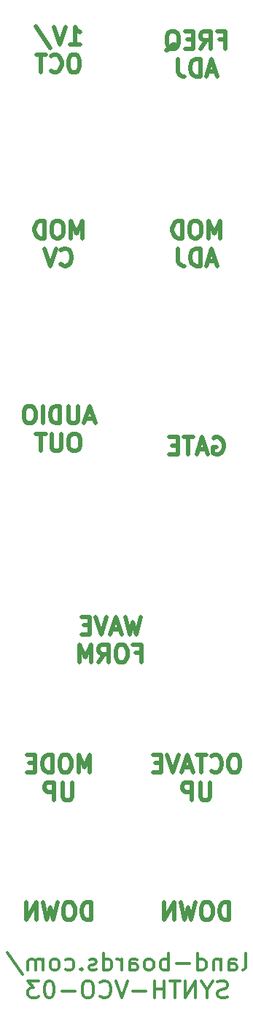
<source format=gbo>
%TF.GenerationSoftware,KiCad,Pcbnew,(6.0.1)*%
%TF.CreationDate,2022-09-30T20:40:45-04:00*%
%TF.ProjectId,SYNTH-VCO_PANEL-03,53594e54-482d-4564-934f-5f50414e454c,1*%
%TF.SameCoordinates,Original*%
%TF.FileFunction,Legend,Bot*%
%TF.FilePolarity,Positive*%
%FSLAX46Y46*%
G04 Gerber Fmt 4.6, Leading zero omitted, Abs format (unit mm)*
G04 Created by KiCad (PCBNEW (6.0.1)) date 2022-09-30 20:40:45*
%MOMM*%
%LPD*%
G01*
G04 APERTURE LIST*
%ADD10C,0.500000*%
%ADD11C,0.350000*%
G04 APERTURE END LIST*
D10*
X176487333Y-56894761D02*
X177630190Y-56894761D01*
X177058761Y-56894761D02*
X177058761Y-54894761D01*
X177249238Y-55180476D01*
X177439714Y-55370952D01*
X177630190Y-55466190D01*
X175915904Y-54894761D02*
X175249238Y-56894761D01*
X174582571Y-54894761D01*
X172487333Y-54799523D02*
X174201619Y-57370952D01*
X177106380Y-58114761D02*
X176725428Y-58114761D01*
X176534952Y-58210000D01*
X176344476Y-58400476D01*
X176249238Y-58781428D01*
X176249238Y-59448095D01*
X176344476Y-59829047D01*
X176534952Y-60019523D01*
X176725428Y-60114761D01*
X177106380Y-60114761D01*
X177296857Y-60019523D01*
X177487333Y-59829047D01*
X177582571Y-59448095D01*
X177582571Y-58781428D01*
X177487333Y-58400476D01*
X177296857Y-58210000D01*
X177106380Y-58114761D01*
X174249238Y-59924285D02*
X174344476Y-60019523D01*
X174630190Y-60114761D01*
X174820666Y-60114761D01*
X175106380Y-60019523D01*
X175296857Y-59829047D01*
X175392095Y-59638571D01*
X175487333Y-59257619D01*
X175487333Y-58971904D01*
X175392095Y-58590952D01*
X175296857Y-58400476D01*
X175106380Y-58210000D01*
X174820666Y-58114761D01*
X174630190Y-58114761D01*
X174344476Y-58210000D01*
X174249238Y-58305238D01*
X173677809Y-58114761D02*
X172534952Y-58114761D01*
X173106380Y-60114761D02*
X173106380Y-58114761D01*
X194915904Y-158504761D02*
X194915904Y-156504761D01*
X194439714Y-156504761D01*
X194154000Y-156600000D01*
X193963523Y-156790476D01*
X193868285Y-156980952D01*
X193773047Y-157361904D01*
X193773047Y-157647619D01*
X193868285Y-158028571D01*
X193963523Y-158219047D01*
X194154000Y-158409523D01*
X194439714Y-158504761D01*
X194915904Y-158504761D01*
X192534952Y-156504761D02*
X192154000Y-156504761D01*
X191963523Y-156600000D01*
X191773047Y-156790476D01*
X191677809Y-157171428D01*
X191677809Y-157838095D01*
X191773047Y-158219047D01*
X191963523Y-158409523D01*
X192154000Y-158504761D01*
X192534952Y-158504761D01*
X192725428Y-158409523D01*
X192915904Y-158219047D01*
X193011142Y-157838095D01*
X193011142Y-157171428D01*
X192915904Y-156790476D01*
X192725428Y-156600000D01*
X192534952Y-156504761D01*
X191011142Y-156504761D02*
X190534952Y-158504761D01*
X190154000Y-157076190D01*
X189773047Y-158504761D01*
X189296857Y-156504761D01*
X188534952Y-158504761D02*
X188534952Y-156504761D01*
X187392095Y-158504761D01*
X187392095Y-156504761D01*
X195725428Y-139394761D02*
X195344476Y-139394761D01*
X195154000Y-139490000D01*
X194963523Y-139680476D01*
X194868285Y-140061428D01*
X194868285Y-140728095D01*
X194963523Y-141109047D01*
X195154000Y-141299523D01*
X195344476Y-141394761D01*
X195725428Y-141394761D01*
X195915904Y-141299523D01*
X196106380Y-141109047D01*
X196201619Y-140728095D01*
X196201619Y-140061428D01*
X196106380Y-139680476D01*
X195915904Y-139490000D01*
X195725428Y-139394761D01*
X192868285Y-141204285D02*
X192963523Y-141299523D01*
X193249238Y-141394761D01*
X193439714Y-141394761D01*
X193725428Y-141299523D01*
X193915904Y-141109047D01*
X194011142Y-140918571D01*
X194106380Y-140537619D01*
X194106380Y-140251904D01*
X194011142Y-139870952D01*
X193915904Y-139680476D01*
X193725428Y-139490000D01*
X193439714Y-139394761D01*
X193249238Y-139394761D01*
X192963523Y-139490000D01*
X192868285Y-139585238D01*
X192296857Y-139394761D02*
X191154000Y-139394761D01*
X191725428Y-141394761D02*
X191725428Y-139394761D01*
X190582571Y-140823333D02*
X189630190Y-140823333D01*
X190773047Y-141394761D02*
X190106380Y-139394761D01*
X189439714Y-141394761D01*
X189058761Y-139394761D02*
X188392095Y-141394761D01*
X187725428Y-139394761D01*
X187058761Y-140347142D02*
X186392095Y-140347142D01*
X186106380Y-141394761D02*
X187058761Y-141394761D01*
X187058761Y-139394761D01*
X186106380Y-139394761D01*
X192725428Y-142614761D02*
X192725428Y-144233809D01*
X192630190Y-144424285D01*
X192534952Y-144519523D01*
X192344476Y-144614761D01*
X191963523Y-144614761D01*
X191773047Y-144519523D01*
X191677809Y-144424285D01*
X191582571Y-144233809D01*
X191582571Y-142614761D01*
X190630190Y-144614761D02*
X190630190Y-142614761D01*
X189868285Y-142614761D01*
X189677809Y-142710000D01*
X189582571Y-142805238D01*
X189487333Y-142995714D01*
X189487333Y-143281428D01*
X189582571Y-143471904D01*
X189677809Y-143567142D01*
X189868285Y-143662380D01*
X190630190Y-143662380D01*
X177868285Y-79394761D02*
X177868285Y-77394761D01*
X177201619Y-78823333D01*
X176534952Y-77394761D01*
X176534952Y-79394761D01*
X175201619Y-77394761D02*
X174820666Y-77394761D01*
X174630190Y-77490000D01*
X174439714Y-77680476D01*
X174344476Y-78061428D01*
X174344476Y-78728095D01*
X174439714Y-79109047D01*
X174630190Y-79299523D01*
X174820666Y-79394761D01*
X175201619Y-79394761D01*
X175392095Y-79299523D01*
X175582571Y-79109047D01*
X175677809Y-78728095D01*
X175677809Y-78061428D01*
X175582571Y-77680476D01*
X175392095Y-77490000D01*
X175201619Y-77394761D01*
X173487333Y-79394761D02*
X173487333Y-77394761D01*
X173011142Y-77394761D01*
X172725428Y-77490000D01*
X172534952Y-77680476D01*
X172439714Y-77870952D01*
X172344476Y-78251904D01*
X172344476Y-78537619D01*
X172439714Y-78918571D01*
X172534952Y-79109047D01*
X172725428Y-79299523D01*
X173011142Y-79394761D01*
X173487333Y-79394761D01*
X175392095Y-82424285D02*
X175487333Y-82519523D01*
X175773047Y-82614761D01*
X175963523Y-82614761D01*
X176249238Y-82519523D01*
X176439714Y-82329047D01*
X176534952Y-82138571D01*
X176630190Y-81757619D01*
X176630190Y-81471904D01*
X176534952Y-81090952D01*
X176439714Y-80900476D01*
X176249238Y-80710000D01*
X175963523Y-80614761D01*
X175773047Y-80614761D01*
X175487333Y-80710000D01*
X175392095Y-80805238D01*
X174820666Y-80614761D02*
X174154000Y-82614761D01*
X173487333Y-80614761D01*
X193820666Y-56347142D02*
X194487333Y-56347142D01*
X194487333Y-57394761D02*
X194487333Y-55394761D01*
X193534952Y-55394761D01*
X191630190Y-57394761D02*
X192296857Y-56442380D01*
X192773047Y-57394761D02*
X192773047Y-55394761D01*
X192011142Y-55394761D01*
X191820666Y-55490000D01*
X191725428Y-55585238D01*
X191630190Y-55775714D01*
X191630190Y-56061428D01*
X191725428Y-56251904D01*
X191820666Y-56347142D01*
X192011142Y-56442380D01*
X192773047Y-56442380D01*
X190773047Y-56347142D02*
X190106380Y-56347142D01*
X189820666Y-57394761D02*
X190773047Y-57394761D01*
X190773047Y-55394761D01*
X189820666Y-55394761D01*
X187630190Y-57585238D02*
X187820666Y-57490000D01*
X188011142Y-57299523D01*
X188296857Y-57013809D01*
X188487333Y-56918571D01*
X188677809Y-56918571D01*
X188582571Y-57394761D02*
X188773047Y-57299523D01*
X188963523Y-57109047D01*
X189058761Y-56728095D01*
X189058761Y-56061428D01*
X188963523Y-55680476D01*
X188773047Y-55490000D01*
X188582571Y-55394761D01*
X188201619Y-55394761D01*
X188011142Y-55490000D01*
X187820666Y-55680476D01*
X187725428Y-56061428D01*
X187725428Y-56728095D01*
X187820666Y-57109047D01*
X188011142Y-57299523D01*
X188201619Y-57394761D01*
X188582571Y-57394761D01*
X193392095Y-60043333D02*
X192439714Y-60043333D01*
X193582571Y-60614761D02*
X192915904Y-58614761D01*
X192249238Y-60614761D01*
X191582571Y-60614761D02*
X191582571Y-58614761D01*
X191106380Y-58614761D01*
X190820666Y-58710000D01*
X190630190Y-58900476D01*
X190534952Y-59090952D01*
X190439714Y-59471904D01*
X190439714Y-59757619D01*
X190534952Y-60138571D01*
X190630190Y-60329047D01*
X190820666Y-60519523D01*
X191106380Y-60614761D01*
X191582571Y-60614761D01*
X189011142Y-58614761D02*
X189011142Y-60043333D01*
X189106380Y-60329047D01*
X189296857Y-60519523D01*
X189582571Y-60614761D01*
X189773047Y-60614761D01*
X179201619Y-100323333D02*
X178249238Y-100323333D01*
X179392095Y-100894761D02*
X178725428Y-98894761D01*
X178058761Y-100894761D01*
X177392095Y-98894761D02*
X177392095Y-100513809D01*
X177296857Y-100704285D01*
X177201619Y-100799523D01*
X177011142Y-100894761D01*
X176630190Y-100894761D01*
X176439714Y-100799523D01*
X176344476Y-100704285D01*
X176249238Y-100513809D01*
X176249238Y-98894761D01*
X175296857Y-100894761D02*
X175296857Y-98894761D01*
X174820666Y-98894761D01*
X174534952Y-98990000D01*
X174344476Y-99180476D01*
X174249238Y-99370952D01*
X174154000Y-99751904D01*
X174154000Y-100037619D01*
X174249238Y-100418571D01*
X174344476Y-100609047D01*
X174534952Y-100799523D01*
X174820666Y-100894761D01*
X175296857Y-100894761D01*
X173296857Y-100894761D02*
X173296857Y-98894761D01*
X171963523Y-98894761D02*
X171582571Y-98894761D01*
X171392095Y-98990000D01*
X171201619Y-99180476D01*
X171106380Y-99561428D01*
X171106380Y-100228095D01*
X171201619Y-100609047D01*
X171392095Y-100799523D01*
X171582571Y-100894761D01*
X171963523Y-100894761D01*
X172154000Y-100799523D01*
X172344476Y-100609047D01*
X172439714Y-100228095D01*
X172439714Y-99561428D01*
X172344476Y-99180476D01*
X172154000Y-98990000D01*
X171963523Y-98894761D01*
X177154000Y-102114761D02*
X176773047Y-102114761D01*
X176582571Y-102210000D01*
X176392095Y-102400476D01*
X176296857Y-102781428D01*
X176296857Y-103448095D01*
X176392095Y-103829047D01*
X176582571Y-104019523D01*
X176773047Y-104114761D01*
X177154000Y-104114761D01*
X177344476Y-104019523D01*
X177534952Y-103829047D01*
X177630190Y-103448095D01*
X177630190Y-102781428D01*
X177534952Y-102400476D01*
X177344476Y-102210000D01*
X177154000Y-102114761D01*
X175439714Y-102114761D02*
X175439714Y-103733809D01*
X175344476Y-103924285D01*
X175249238Y-104019523D01*
X175058761Y-104114761D01*
X174677809Y-104114761D01*
X174487333Y-104019523D01*
X174392095Y-103924285D01*
X174296857Y-103733809D01*
X174296857Y-102114761D01*
X173630190Y-102114761D02*
X172487333Y-102114761D01*
X173058761Y-104114761D02*
X173058761Y-102114761D01*
X193154000Y-102600000D02*
X193344476Y-102504761D01*
X193630190Y-102504761D01*
X193915904Y-102600000D01*
X194106380Y-102790476D01*
X194201619Y-102980952D01*
X194296857Y-103361904D01*
X194296857Y-103647619D01*
X194201619Y-104028571D01*
X194106380Y-104219047D01*
X193915904Y-104409523D01*
X193630190Y-104504761D01*
X193439714Y-104504761D01*
X193154000Y-104409523D01*
X193058761Y-104314285D01*
X193058761Y-103647619D01*
X193439714Y-103647619D01*
X192296857Y-103933333D02*
X191344476Y-103933333D01*
X192487333Y-104504761D02*
X191820666Y-102504761D01*
X191154000Y-104504761D01*
X190773047Y-102504761D02*
X189630190Y-102504761D01*
X190201619Y-104504761D02*
X190201619Y-102504761D01*
X188963523Y-103457142D02*
X188296857Y-103457142D01*
X188011142Y-104504761D02*
X188963523Y-104504761D01*
X188963523Y-102504761D01*
X188011142Y-102504761D01*
X178915904Y-158504761D02*
X178915904Y-156504761D01*
X178439714Y-156504761D01*
X178154000Y-156600000D01*
X177963523Y-156790476D01*
X177868285Y-156980952D01*
X177773047Y-157361904D01*
X177773047Y-157647619D01*
X177868285Y-158028571D01*
X177963523Y-158219047D01*
X178154000Y-158409523D01*
X178439714Y-158504761D01*
X178915904Y-158504761D01*
X176534952Y-156504761D02*
X176154000Y-156504761D01*
X175963523Y-156600000D01*
X175773047Y-156790476D01*
X175677809Y-157171428D01*
X175677809Y-157838095D01*
X175773047Y-158219047D01*
X175963523Y-158409523D01*
X176154000Y-158504761D01*
X176534952Y-158504761D01*
X176725428Y-158409523D01*
X176915904Y-158219047D01*
X177011142Y-157838095D01*
X177011142Y-157171428D01*
X176915904Y-156790476D01*
X176725428Y-156600000D01*
X176534952Y-156504761D01*
X175011142Y-156504761D02*
X174534952Y-158504761D01*
X174154000Y-157076190D01*
X173773047Y-158504761D01*
X173296857Y-156504761D01*
X172534952Y-158504761D02*
X172534952Y-156504761D01*
X171392095Y-158504761D01*
X171392095Y-156504761D01*
X193868285Y-79394761D02*
X193868285Y-77394761D01*
X193201619Y-78823333D01*
X192534952Y-77394761D01*
X192534952Y-79394761D01*
X191201619Y-77394761D02*
X190820666Y-77394761D01*
X190630190Y-77490000D01*
X190439714Y-77680476D01*
X190344476Y-78061428D01*
X190344476Y-78728095D01*
X190439714Y-79109047D01*
X190630190Y-79299523D01*
X190820666Y-79394761D01*
X191201619Y-79394761D01*
X191392095Y-79299523D01*
X191582571Y-79109047D01*
X191677809Y-78728095D01*
X191677809Y-78061428D01*
X191582571Y-77680476D01*
X191392095Y-77490000D01*
X191201619Y-77394761D01*
X189487333Y-79394761D02*
X189487333Y-77394761D01*
X189011142Y-77394761D01*
X188725428Y-77490000D01*
X188534952Y-77680476D01*
X188439714Y-77870952D01*
X188344476Y-78251904D01*
X188344476Y-78537619D01*
X188439714Y-78918571D01*
X188534952Y-79109047D01*
X188725428Y-79299523D01*
X189011142Y-79394761D01*
X189487333Y-79394761D01*
X193392095Y-82043333D02*
X192439714Y-82043333D01*
X193582571Y-82614761D02*
X192915904Y-80614761D01*
X192249238Y-82614761D01*
X191582571Y-82614761D02*
X191582571Y-80614761D01*
X191106380Y-80614761D01*
X190820666Y-80710000D01*
X190630190Y-80900476D01*
X190534952Y-81090952D01*
X190439714Y-81471904D01*
X190439714Y-81757619D01*
X190534952Y-82138571D01*
X190630190Y-82329047D01*
X190820666Y-82519523D01*
X191106380Y-82614761D01*
X191582571Y-82614761D01*
X189011142Y-80614761D02*
X189011142Y-82043333D01*
X189106380Y-82329047D01*
X189296857Y-82519523D01*
X189582571Y-82614761D01*
X189773047Y-82614761D01*
X184630190Y-123394761D02*
X184154000Y-125394761D01*
X183773047Y-123966190D01*
X183392095Y-125394761D01*
X182915904Y-123394761D01*
X182249238Y-124823333D02*
X181296857Y-124823333D01*
X182439714Y-125394761D02*
X181773047Y-123394761D01*
X181106380Y-125394761D01*
X180725428Y-123394761D02*
X180058761Y-125394761D01*
X179392095Y-123394761D01*
X178725428Y-124347142D02*
X178058761Y-124347142D01*
X177773047Y-125394761D02*
X178725428Y-125394761D01*
X178725428Y-123394761D01*
X177773047Y-123394761D01*
X184058761Y-127567142D02*
X184725428Y-127567142D01*
X184725428Y-128614761D02*
X184725428Y-126614761D01*
X183773047Y-126614761D01*
X182630190Y-126614761D02*
X182249238Y-126614761D01*
X182058761Y-126710000D01*
X181868285Y-126900476D01*
X181773047Y-127281428D01*
X181773047Y-127948095D01*
X181868285Y-128329047D01*
X182058761Y-128519523D01*
X182249238Y-128614761D01*
X182630190Y-128614761D01*
X182820666Y-128519523D01*
X183011142Y-128329047D01*
X183106380Y-127948095D01*
X183106380Y-127281428D01*
X183011142Y-126900476D01*
X182820666Y-126710000D01*
X182630190Y-126614761D01*
X179773047Y-128614761D02*
X180439714Y-127662380D01*
X180915904Y-128614761D02*
X180915904Y-126614761D01*
X180154000Y-126614761D01*
X179963523Y-126710000D01*
X179868285Y-126805238D01*
X179773047Y-126995714D01*
X179773047Y-127281428D01*
X179868285Y-127471904D01*
X179963523Y-127567142D01*
X180154000Y-127662380D01*
X180915904Y-127662380D01*
X178915904Y-128614761D02*
X178915904Y-126614761D01*
X178249238Y-128043333D01*
X177582571Y-126614761D01*
X177582571Y-128614761D01*
X178773047Y-141394761D02*
X178773047Y-139394761D01*
X178106380Y-140823333D01*
X177439714Y-139394761D01*
X177439714Y-141394761D01*
X176106380Y-139394761D02*
X175725428Y-139394761D01*
X175534952Y-139490000D01*
X175344476Y-139680476D01*
X175249238Y-140061428D01*
X175249238Y-140728095D01*
X175344476Y-141109047D01*
X175534952Y-141299523D01*
X175725428Y-141394761D01*
X176106380Y-141394761D01*
X176296857Y-141299523D01*
X176487333Y-141109047D01*
X176582571Y-140728095D01*
X176582571Y-140061428D01*
X176487333Y-139680476D01*
X176296857Y-139490000D01*
X176106380Y-139394761D01*
X174392095Y-141394761D02*
X174392095Y-139394761D01*
X173915904Y-139394761D01*
X173630190Y-139490000D01*
X173439714Y-139680476D01*
X173344476Y-139870952D01*
X173249238Y-140251904D01*
X173249238Y-140537619D01*
X173344476Y-140918571D01*
X173439714Y-141109047D01*
X173630190Y-141299523D01*
X173915904Y-141394761D01*
X174392095Y-141394761D01*
X172392095Y-140347142D02*
X171725428Y-140347142D01*
X171439714Y-141394761D02*
X172392095Y-141394761D01*
X172392095Y-139394761D01*
X171439714Y-139394761D01*
X176725428Y-142614761D02*
X176725428Y-144233809D01*
X176630190Y-144424285D01*
X176534952Y-144519523D01*
X176344476Y-144614761D01*
X175963523Y-144614761D01*
X175773047Y-144519523D01*
X175677809Y-144424285D01*
X175582571Y-144233809D01*
X175582571Y-142614761D01*
X174630190Y-144614761D02*
X174630190Y-142614761D01*
X173868285Y-142614761D01*
X173677809Y-142710000D01*
X173582571Y-142805238D01*
X173487333Y-142995714D01*
X173487333Y-143281428D01*
X173582571Y-143471904D01*
X173677809Y-143567142D01*
X173868285Y-143662380D01*
X174630190Y-143662380D01*
D11*
X196534952Y-164394761D02*
X196725428Y-164299523D01*
X196820666Y-164109047D01*
X196820666Y-162394761D01*
X194915904Y-164394761D02*
X194915904Y-163347142D01*
X195011142Y-163156666D01*
X195201619Y-163061428D01*
X195582571Y-163061428D01*
X195773047Y-163156666D01*
X194915904Y-164299523D02*
X195106380Y-164394761D01*
X195582571Y-164394761D01*
X195773047Y-164299523D01*
X195868285Y-164109047D01*
X195868285Y-163918571D01*
X195773047Y-163728095D01*
X195582571Y-163632857D01*
X195106380Y-163632857D01*
X194915904Y-163537619D01*
X193963523Y-163061428D02*
X193963523Y-164394761D01*
X193963523Y-163251904D02*
X193868285Y-163156666D01*
X193677809Y-163061428D01*
X193392095Y-163061428D01*
X193201619Y-163156666D01*
X193106380Y-163347142D01*
X193106380Y-164394761D01*
X191296857Y-164394761D02*
X191296857Y-162394761D01*
X191296857Y-164299523D02*
X191487333Y-164394761D01*
X191868285Y-164394761D01*
X192058761Y-164299523D01*
X192154000Y-164204285D01*
X192249238Y-164013809D01*
X192249238Y-163442380D01*
X192154000Y-163251904D01*
X192058761Y-163156666D01*
X191868285Y-163061428D01*
X191487333Y-163061428D01*
X191296857Y-163156666D01*
X190344476Y-163632857D02*
X188820666Y-163632857D01*
X187868285Y-164394761D02*
X187868285Y-162394761D01*
X187868285Y-163156666D02*
X187677809Y-163061428D01*
X187296857Y-163061428D01*
X187106380Y-163156666D01*
X187011142Y-163251904D01*
X186915904Y-163442380D01*
X186915904Y-164013809D01*
X187011142Y-164204285D01*
X187106380Y-164299523D01*
X187296857Y-164394761D01*
X187677809Y-164394761D01*
X187868285Y-164299523D01*
X185773047Y-164394761D02*
X185963523Y-164299523D01*
X186058761Y-164204285D01*
X186154000Y-164013809D01*
X186154000Y-163442380D01*
X186058761Y-163251904D01*
X185963523Y-163156666D01*
X185773047Y-163061428D01*
X185487333Y-163061428D01*
X185296857Y-163156666D01*
X185201619Y-163251904D01*
X185106380Y-163442380D01*
X185106380Y-164013809D01*
X185201619Y-164204285D01*
X185296857Y-164299523D01*
X185487333Y-164394761D01*
X185773047Y-164394761D01*
X183392095Y-164394761D02*
X183392095Y-163347142D01*
X183487333Y-163156666D01*
X183677809Y-163061428D01*
X184058761Y-163061428D01*
X184249238Y-163156666D01*
X183392095Y-164299523D02*
X183582571Y-164394761D01*
X184058761Y-164394761D01*
X184249238Y-164299523D01*
X184344476Y-164109047D01*
X184344476Y-163918571D01*
X184249238Y-163728095D01*
X184058761Y-163632857D01*
X183582571Y-163632857D01*
X183392095Y-163537619D01*
X182439714Y-164394761D02*
X182439714Y-163061428D01*
X182439714Y-163442380D02*
X182344476Y-163251904D01*
X182249238Y-163156666D01*
X182058761Y-163061428D01*
X181868285Y-163061428D01*
X180344476Y-164394761D02*
X180344476Y-162394761D01*
X180344476Y-164299523D02*
X180534952Y-164394761D01*
X180915904Y-164394761D01*
X181106380Y-164299523D01*
X181201619Y-164204285D01*
X181296857Y-164013809D01*
X181296857Y-163442380D01*
X181201619Y-163251904D01*
X181106380Y-163156666D01*
X180915904Y-163061428D01*
X180534952Y-163061428D01*
X180344476Y-163156666D01*
X179487333Y-164299523D02*
X179296857Y-164394761D01*
X178915904Y-164394761D01*
X178725428Y-164299523D01*
X178630190Y-164109047D01*
X178630190Y-164013809D01*
X178725428Y-163823333D01*
X178915904Y-163728095D01*
X179201619Y-163728095D01*
X179392095Y-163632857D01*
X179487333Y-163442380D01*
X179487333Y-163347142D01*
X179392095Y-163156666D01*
X179201619Y-163061428D01*
X178915904Y-163061428D01*
X178725428Y-163156666D01*
X177773047Y-164204285D02*
X177677809Y-164299523D01*
X177773047Y-164394761D01*
X177868285Y-164299523D01*
X177773047Y-164204285D01*
X177773047Y-164394761D01*
X175963523Y-164299523D02*
X176154000Y-164394761D01*
X176534952Y-164394761D01*
X176725428Y-164299523D01*
X176820666Y-164204285D01*
X176915904Y-164013809D01*
X176915904Y-163442380D01*
X176820666Y-163251904D01*
X176725428Y-163156666D01*
X176534952Y-163061428D01*
X176154000Y-163061428D01*
X175963523Y-163156666D01*
X174820666Y-164394761D02*
X175011142Y-164299523D01*
X175106380Y-164204285D01*
X175201619Y-164013809D01*
X175201619Y-163442380D01*
X175106380Y-163251904D01*
X175011142Y-163156666D01*
X174820666Y-163061428D01*
X174534952Y-163061428D01*
X174344476Y-163156666D01*
X174249238Y-163251904D01*
X174154000Y-163442380D01*
X174154000Y-164013809D01*
X174249238Y-164204285D01*
X174344476Y-164299523D01*
X174534952Y-164394761D01*
X174820666Y-164394761D01*
X173296857Y-164394761D02*
X173296857Y-163061428D01*
X173296857Y-163251904D02*
X173201619Y-163156666D01*
X173011142Y-163061428D01*
X172725428Y-163061428D01*
X172534952Y-163156666D01*
X172439714Y-163347142D01*
X172439714Y-164394761D01*
X172439714Y-163347142D02*
X172344476Y-163156666D01*
X172154000Y-163061428D01*
X171868285Y-163061428D01*
X171677809Y-163156666D01*
X171582571Y-163347142D01*
X171582571Y-164394761D01*
X169201619Y-162299523D02*
X170915904Y-164870952D01*
X194725428Y-167519523D02*
X194439714Y-167614761D01*
X193963523Y-167614761D01*
X193773047Y-167519523D01*
X193677809Y-167424285D01*
X193582571Y-167233809D01*
X193582571Y-167043333D01*
X193677809Y-166852857D01*
X193773047Y-166757619D01*
X193963523Y-166662380D01*
X194344476Y-166567142D01*
X194534952Y-166471904D01*
X194630190Y-166376666D01*
X194725428Y-166186190D01*
X194725428Y-165995714D01*
X194630190Y-165805238D01*
X194534952Y-165710000D01*
X194344476Y-165614761D01*
X193868285Y-165614761D01*
X193582571Y-165710000D01*
X192344476Y-166662380D02*
X192344476Y-167614761D01*
X193011142Y-165614761D02*
X192344476Y-166662380D01*
X191677809Y-165614761D01*
X191011142Y-167614761D02*
X191011142Y-165614761D01*
X189868285Y-167614761D01*
X189868285Y-165614761D01*
X189201619Y-165614761D02*
X188058761Y-165614761D01*
X188630190Y-167614761D02*
X188630190Y-165614761D01*
X187392095Y-167614761D02*
X187392095Y-165614761D01*
X187392095Y-166567142D02*
X186249238Y-166567142D01*
X186249238Y-167614761D02*
X186249238Y-165614761D01*
X185296857Y-166852857D02*
X183773047Y-166852857D01*
X183106380Y-165614761D02*
X182439714Y-167614761D01*
X181773047Y-165614761D01*
X179963523Y-167424285D02*
X180058761Y-167519523D01*
X180344476Y-167614761D01*
X180534952Y-167614761D01*
X180820666Y-167519523D01*
X181011142Y-167329047D01*
X181106380Y-167138571D01*
X181201619Y-166757619D01*
X181201619Y-166471904D01*
X181106380Y-166090952D01*
X181011142Y-165900476D01*
X180820666Y-165710000D01*
X180534952Y-165614761D01*
X180344476Y-165614761D01*
X180058761Y-165710000D01*
X179963523Y-165805238D01*
X178725428Y-165614761D02*
X178344476Y-165614761D01*
X178154000Y-165710000D01*
X177963523Y-165900476D01*
X177868285Y-166281428D01*
X177868285Y-166948095D01*
X177963523Y-167329047D01*
X178154000Y-167519523D01*
X178344476Y-167614761D01*
X178725428Y-167614761D01*
X178915904Y-167519523D01*
X179106380Y-167329047D01*
X179201619Y-166948095D01*
X179201619Y-166281428D01*
X179106380Y-165900476D01*
X178915904Y-165710000D01*
X178725428Y-165614761D01*
X177011142Y-166852857D02*
X175487333Y-166852857D01*
X174154000Y-165614761D02*
X173963523Y-165614761D01*
X173773047Y-165710000D01*
X173677809Y-165805238D01*
X173582571Y-165995714D01*
X173487333Y-166376666D01*
X173487333Y-166852857D01*
X173582571Y-167233809D01*
X173677809Y-167424285D01*
X173773047Y-167519523D01*
X173963523Y-167614761D01*
X174154000Y-167614761D01*
X174344476Y-167519523D01*
X174439714Y-167424285D01*
X174534952Y-167233809D01*
X174630190Y-166852857D01*
X174630190Y-166376666D01*
X174534952Y-165995714D01*
X174439714Y-165805238D01*
X174344476Y-165710000D01*
X174154000Y-165614761D01*
X172820666Y-165614761D02*
X171582571Y-165614761D01*
X172249238Y-166376666D01*
X171963523Y-166376666D01*
X171773047Y-166471904D01*
X171677809Y-166567142D01*
X171582571Y-166757619D01*
X171582571Y-167233809D01*
X171677809Y-167424285D01*
X171773047Y-167519523D01*
X171963523Y-167614761D01*
X172534952Y-167614761D01*
X172725428Y-167519523D01*
X172820666Y-167424285D01*
M02*

</source>
